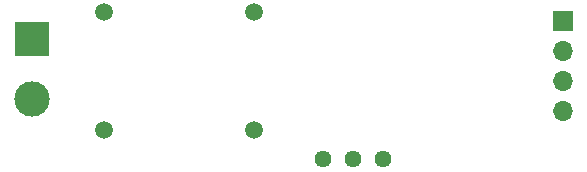
<source format=gbr>
%TF.GenerationSoftware,KiCad,Pcbnew,(5.1.10)-1*%
%TF.CreationDate,2021-10-23T23:22:00+01:00*%
%TF.ProjectId,ZMPT101enhanced,5a4d5054-3130-4316-956e-68616e636564,V1.0*%
%TF.SameCoordinates,Original*%
%TF.FileFunction,Soldermask,Bot*%
%TF.FilePolarity,Negative*%
%FSLAX46Y46*%
G04 Gerber Fmt 4.6, Leading zero omitted, Abs format (unit mm)*
G04 Created by KiCad (PCBNEW (5.1.10)-1) date 2021-10-23 23:22:00*
%MOMM*%
%LPD*%
G01*
G04 APERTURE LIST*
%ADD10R,1.700000X1.700000*%
%ADD11O,1.700000X1.700000*%
%ADD12R,3.000000X3.000000*%
%ADD13C,3.000000*%
%ADD14C,1.440000*%
%ADD15C,1.500000*%
G04 APERTURE END LIST*
D10*
%TO.C,J1*%
X151638000Y-89916000D03*
D11*
X151638000Y-92456000D03*
X151638000Y-94996000D03*
X151638000Y-97536000D03*
%TD*%
D12*
%TO.C,J2*%
X106680000Y-91440000D03*
D13*
X106680000Y-96520000D03*
%TD*%
D14*
%TO.C,RV1*%
X136398000Y-101600000D03*
X133858000Y-101600000D03*
X131318000Y-101600000D03*
%TD*%
D15*
%TO.C,T1*%
X125476000Y-89154000D03*
X112776000Y-89154000D03*
X112776000Y-99154000D03*
X125476000Y-99154000D03*
%TD*%
M02*

</source>
